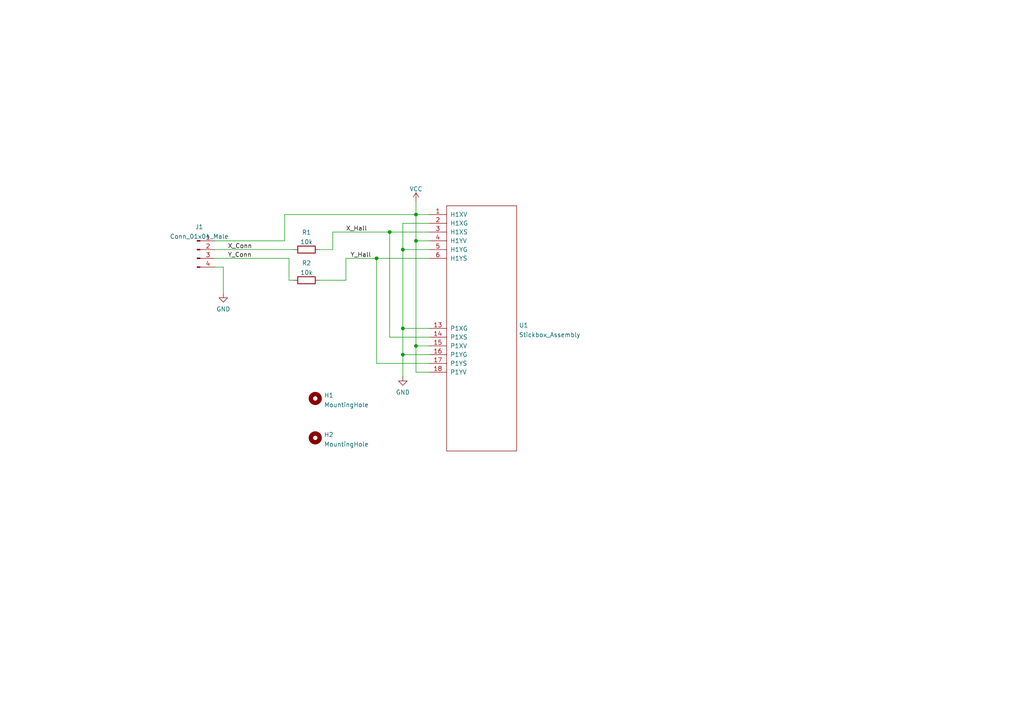
<source format=kicad_sch>
(kicad_sch (version 20211123) (generator eeschema)
  (paper "A4")
  (lib_symbols
    (symbol "Connector:Conn_01x04_Male" (pin_names (offset 1.016) hide)
      (property "Reference" "J" (at 0 5.08 0))
      (property "Value" "Conn_01x04_Male" (at 0 -7.62 0))
      (symbol "Conn_01x04_Male_1_1"
        (polyline (pts (xy 1.27 -5.08) (xy 0.8636 -5.08)) (stroke (width 0.1524)))
        (polyline (pts (xy 1.27 -2.54) (xy 0.8636 -2.54)) (stroke (width 0.1524)))
        (polyline (pts (xy 1.27 0) (xy 0.8636 0)) (stroke (width 0.1524)))
        (polyline (pts (xy 1.27 2.54) (xy 0.8636 2.54)) (stroke (width 0.1524)))
        (rectangle (start 0.8636 -4.953) (end 0 -5.207) (stroke (width 0.1524)) (fill (type outline)))
        (rectangle (start 0.8636 -2.413) (end 0 -2.667) (stroke (width 0.1524)) (fill (type outline)))
        (rectangle (start 0.8636 0.127) (end 0 -0.127) (stroke (width 0.1524)) (fill (type outline)))
        (rectangle (start 0.8636 2.667) (end 0 2.413) (stroke (width 0.1524)) (fill (type outline)))
        (pin passive line (at 5.08 2.54 180) (length 3.81) (name "Pin_1") (number "1"))
        (pin passive line (at 5.08 0 180) (length 3.81) (name "Pin_2") (number "2"))
        (pin passive line (at 5.08 -2.54 180) (length 3.81) (name "Pin_3") (number "3"))
        (pin passive line (at 5.08 -5.08 180) (length 3.81) (name "Pin_4") (number "4"))
      )
    )
    (symbol "Device:R" (pin_numbers hide) (pin_names (offset 0))
      (property "Reference" "R" (at 2.032 0 90))
      (property "Value" "R" (at 0 0 90))
      (symbol "R_0_1"
        (rectangle (start -1.016 -2.54) (end 1.016 2.54) (stroke (width 0.254)))
      )
      (symbol "R_1_1"
        (pin passive line (at 0 3.81 270) (length 1.27) (name "~") (number "1"))
        (pin passive line (at 0 -3.81 90) (length 1.27) (name "~") (number "2"))
      )
    )
    (symbol "Gamecube MB:Gamecube-MB-rescue_Stickbox_Assembly-Gamecube_MB" (pin_names (offset 1.016))
      (property "Reference" "U2" (at -3.81 -69.85 0))
      (property "Value" "Gamecube-MB-rescue_Stickbox_Assembly-Gamecube_MB" (at -10.16 -73.66 0))
      (symbol "Gamecube-MB-rescue_Stickbox_Assembly-Gamecube_MB_0_0"
        (pin unspecified line (at -5.08 -2.54 0) (length 5.08) (name "H1XV") (number "1"))
        (pin unspecified line (at -5.08 -35.56 0) (length 5.08) (name "P1XG") (number "13"))
        (pin unspecified line (at -5.08 -38.1 0) (length 5.08) (name "P1XS") (number "14"))
        (pin unspecified line (at -5.08 -40.64 0) (length 5.08) (name "P1XV") (number "15"))
        (pin unspecified line (at -5.08 -43.18 0) (length 5.08) (name "P1YG") (number "16"))
        (pin unspecified line (at -5.08 -45.72 0) (length 5.08) (name "P1YS") (number "17"))
        (pin unspecified line (at -5.08 -48.26 0) (length 5.08) (name "P1YV") (number "18"))
        (pin unspecified line (at -5.08 -5.08 0) (length 5.08) (name "H1XG") (number "2"))
        (pin unspecified line (at -5.08 -7.62 0) (length 5.08) (name "H1XS") (number "3"))
        (pin unspecified line (at -5.08 -10.16 0) (length 5.08) (name "H1YV") (number "4"))
        (pin unspecified line (at -5.08 -12.7 0) (length 5.08) (name "H1YG") (number "5"))
        (pin unspecified line (at -5.08 -15.24 0) (length 5.08) (name "H1YS") (number "6"))
      )
      (symbol "Gamecube-MB-rescue_Stickbox_Assembly-Gamecube_MB_0_1"
        (rectangle (start 0 0) (end 20.32 -71.12))
      )
    )
    (symbol "Mechanical:MountingHole" (pin_names (offset 1.016))
      (property "Reference" "H" (at 0 5.08 0))
      (property "Value" "MountingHole" (at 0 3.175 0))
      (symbol "MountingHole_0_1"
        (circle (center 0 0) (radius 1.27) (stroke (width 1.27)))
      )
    )
    (symbol "power:GND" (power) (pin_names (offset 0))
      (property "Value" "GND" (at 0 -3.81 0))
      (symbol "GND_0_1"
        (polyline (pts (xy 0 0) (xy 0 -1.27) (xy 1.27 -1.27) (xy 0 -2.54) (xy -1.27 -1.27) (xy 0 -1.27)))
      )
      (symbol "GND_1_1"
        (pin power_in line (at 0 0 270) (length 0) hide (name "GND") (number "1"))
      )
    )
    (symbol "power:VCC" (power) (pin_names (offset 0))
      (property "Value" "VCC" (at 0 3.81 0))
      (symbol "VCC_0_1"
        (polyline (pts (xy -0.762 1.27) (xy 0 2.54)))
        (polyline (pts (xy 0 0) (xy 0 2.54)))
        (polyline (pts (xy 0 2.54) (xy 0.762 1.27)))
      )
      (symbol "VCC_1_1"
        (pin power_in line (at 0 0 90) (length 0) hide (name "VCC") (number "1"))
      )
    )
  )
  (junction (at 120.65 62.23))
  (junction (at 116.84 72.39))
  (junction (at 120.65 69.85))
  (junction (at 116.84 95.25))
  (junction (at 120.65 100.33))
  (junction (at 113.03 67.31))
  (junction (at 116.84 102.87))
  (junction (at 109.22 74.93))
  (wire (pts (xy 116.84 72.39) (xy 116.84 95.25)))
  (wire (pts (xy 124.46 72.39) (xy 116.84 72.39)))
  (wire (pts (xy 124.46 100.33) (xy 120.65 100.33)))
  (wire (pts (xy 120.65 62.23) (xy 120.65 58.42)))
  (wire (pts (xy 92.71 81.28) (xy 100.33 81.28)))
  (wire (pts (xy 120.65 107.95) (xy 120.65 100.33)))
  (wire (pts (xy 124.46 64.77) (xy 116.84 64.77)))
  (wire (pts (xy 82.55 62.23) (xy 82.55 69.85)))
  (wire (pts (xy 113.03 97.79) (xy 113.03 67.31)))
  (wire (pts (xy 116.84 64.77) (xy 116.84 72.39)))
  (wire (pts (xy 116.84 102.87) (xy 124.46 102.87)))
  (wire (pts (xy 124.46 97.79) (xy 113.03 97.79)))
  (wire (pts (xy 62.23 77.47) (xy 64.77 77.47)))
  (wire (pts (xy 124.46 69.85) (xy 120.65 69.85)))
  (wire (pts (xy 124.46 62.23) (xy 120.65 62.23)))
  (wire (pts (xy 109.22 74.93) (xy 124.46 74.93)))
  (wire (pts (xy 124.46 107.95) (xy 120.65 107.95)))
  (wire (pts (xy 116.84 95.25) (xy 124.46 95.25)))
  (wire (pts (xy 124.46 105.41) (xy 109.22 105.41)))
  (wire (pts (xy 62.23 69.85) (xy 82.55 69.85)))
  (wire (pts (xy 116.84 102.87) (xy 116.84 109.22)))
  (wire (pts (xy 120.65 100.33) (xy 120.65 69.85)))
  (wire (pts (xy 62.23 72.39) (xy 85.09 72.39)))
  (wire (pts (xy 96.52 72.39) (xy 96.52 67.31)))
  (wire (pts (xy 120.65 62.23) (xy 82.55 62.23)))
  (wire (pts (xy 92.71 72.39) (xy 96.52 72.39)))
  (wire (pts (xy 83.82 74.93) (xy 83.82 81.28)))
  (wire (pts (xy 120.65 69.85) (xy 120.65 62.23)))
  (wire (pts (xy 116.84 95.25) (xy 116.84 102.87)))
  (wire (pts (xy 100.33 81.28) (xy 100.33 74.93)))
  (wire (pts (xy 109.22 105.41) (xy 109.22 74.93)))
  (wire (pts (xy 100.33 74.93) (xy 109.22 74.93)))
  (wire (pts (xy 64.77 77.47) (xy 64.77 85.09)))
  (wire (pts (xy 62.23 74.93) (xy 83.82 74.93)))
  (wire (pts (xy 113.03 67.31) (xy 124.46 67.31)))
  (wire (pts (xy 96.52 67.31) (xy 113.03 67.31)))
  (wire (pts (xy 83.82 81.28) (xy 85.09 81.28)))
  (label "X_Hall" (at 100.33 67.31 0))
  (label "Y_Hall" (at 101.6 74.93 0))
  (label "X_Conn" (at 66.04 72.39 0))
  (label "Y_Conn" (at 66.04 74.93 0))
  (symbol (lib_id "Device:R") (at 88.9 72.39 90) (unit 1)
    (property "Reference" "R1" (at 88.9 67.4075 90))
    (property "Value" "10k" (at 88.9 70.1826 90))
    (property "Footprint" "Resistor_SMD:R_0603_1608Metric_Pad0.98x0.95mm_HandSolder" (effects hide))
  )
  (symbol (lib_id "power:GND") (at 64.77 85.09 0) (unit 1)
    (property "Reference" "#PWR01" (effects hide))
    (property "Value" "GND" (at 64.77 89.6525 0))
  )
  (symbol (lib_id "power:GND") (at 116.84 109.22 0) (unit 1)
    (property "Reference" "#PWR04" (effects hide))
    (property "Value" "GND" (at 116.84 113.7825 0))
  )
  (symbol (lib_id "Device:R") (at 88.9 81.28 90) (unit 1)
    (property "Reference" "R2" (at 88.9 76.2975 90))
    (property "Value" "10k" (at 88.9 79.0726 90))
    (property "Footprint" "Resistor_SMD:R_0603_1608Metric_Pad0.98x0.95mm_HandSolder" (effects hide))
  )
  (symbol (lib_id "Connector:Conn_01x04_Male") (at 57.15 72.39 0) (unit 1)
    (property "Reference" "J1" (at 57.785 65.8073 0))
    (property "Value" "Conn_01x04_Male" (at 57.785 68.5824 0))
    (property "Footprint" "Connector_PinHeader_2.00mm:PinHeader_1x04_P2.00mm_Vertical" (effects hide))
  )
  (symbol (lib_id "Gamecube MB:Gamecube-MB-rescue_Stickbox_Assembly-Gamecube_MB") (at 129.54 59.69 0) (unit 1)
    (property "Reference" "U1" (at 150.495 94.3415 0) (effects (justify left)))
    (property "Value" "Stickbox_Assembly" (at 150.495 97.1166 0) (effects (justify left)))
    (property "Footprint" "Gamecube MB:GCC_Stickbox_2" (effects hide))
  )
  (symbol (lib_id "power:VCC") (at 120.65 58.42 0) (unit 1)
    (property "Reference" "#PWR05" (effects hide))
    (property "Value" "VCC" (at 120.65 54.8155 0))
  )
  (symbol (lib_id "Mechanical:MountingHole") (at 91.44 127 0) (unit 1)
    (property "Reference" "H2" (at 93.98 126.0915 0) (effects (justify left)))
    (property "Value" "MountingHole" (at 93.98 128.8666 0) (effects (justify left)))
    (property "Footprint" "Gamecube MB:MountingHole_5.2mm" (effects hide))
  )
  (symbol (lib_id "Mechanical:MountingHole") (at 91.44 115.57 0) (unit 1)
    (property "Reference" "H1" (at 93.98 114.6615 0) (effects (justify left)))
    (property "Value" "MountingHole" (at 93.98 117.4366 0) (effects (justify left)))
    (property "Footprint" "Gamecube MB:MountingHole_1.8mm" (effects hide))
  )
)
</source>
